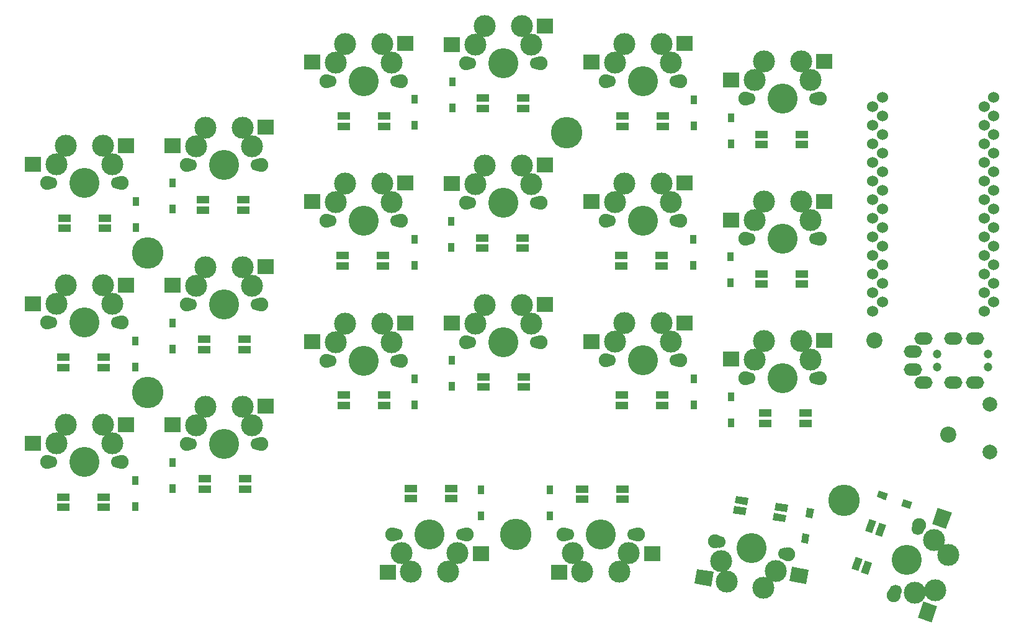
<source format=gbr>
%TF.GenerationSoftware,KiCad,Pcbnew,(5.1.10)-1*%
%TF.CreationDate,2021-08-29T08:11:49+09:00*%
%TF.ProjectId,korpo44,6b6f7270-6f34-4342-9e6b-696361645f70,rev?*%
%TF.SameCoordinates,Original*%
%TF.FileFunction,Soldermask,Bot*%
%TF.FilePolarity,Negative*%
%FSLAX46Y46*%
G04 Gerber Fmt 4.6, Leading zero omitted, Abs format (unit mm)*
G04 Created by KiCad (PCBNEW (5.1.10)-1) date 2021-08-29 08:11:49*
%MOMM*%
%LPD*%
G01*
G04 APERTURE LIST*
%ADD10C,1.524000*%
%ADD11R,2.300000X2.000000*%
%ADD12C,3.000000*%
%ADD13C,4.100000*%
%ADD14C,1.900000*%
%ADD15C,1.700000*%
%ADD16C,0.100000*%
%ADD17C,4.300000*%
%ADD18C,2.200000*%
%ADD19R,0.950000X1.300000*%
%ADD20C,1.200000*%
%ADD21O,2.500000X1.700000*%
%ADD22R,1.700000X1.000000*%
%ADD23C,2.000000*%
G04 APERTURE END LIST*
D10*
%TO.C,U1*%
X145217400Y-40919400D03*
X145217400Y-43459400D03*
X145217400Y-45999400D03*
X145217400Y-48539400D03*
X145217400Y-51079400D03*
X145217400Y-53619400D03*
X145217400Y-56159400D03*
X145217400Y-58699400D03*
X145217400Y-61239400D03*
X145217400Y-63779400D03*
X145217400Y-66319400D03*
X145217400Y-68859400D03*
X160437400Y-68859400D03*
X160437400Y-66319400D03*
X160437400Y-63779400D03*
X160437400Y-61239400D03*
X160437400Y-58699400D03*
X160437400Y-56159400D03*
X160437400Y-53619400D03*
X160437400Y-51079400D03*
X160437400Y-48539400D03*
X160437400Y-45999400D03*
X160437400Y-43459400D03*
X160437400Y-40919400D03*
X143891000Y-42189400D03*
X143891000Y-44729400D03*
X143891000Y-47269400D03*
X143891000Y-49809400D03*
X143891000Y-52349400D03*
X143891000Y-54889400D03*
X143891000Y-57429400D03*
X143891000Y-59969400D03*
X143891000Y-62509400D03*
X143891000Y-65049400D03*
X143891000Y-67589400D03*
X143891000Y-70129400D03*
X159131000Y-70129400D03*
X159131000Y-67589400D03*
X159131000Y-65049400D03*
X159131000Y-62509400D03*
X159131000Y-59969400D03*
X159131000Y-57429400D03*
X159131000Y-54889400D03*
X159131000Y-52349400D03*
X159131000Y-49809400D03*
X159131000Y-47269400D03*
X159131000Y-44729400D03*
X159131000Y-42189400D03*
%TD*%
D11*
%TO.C,SW6*%
X48372000Y-85608800D03*
D12*
X51562000Y-85648800D03*
X52832000Y-83108800D03*
X59182000Y-85648799D03*
X57912000Y-83108800D03*
D13*
X55372000Y-88188800D03*
D14*
X60452000Y-88188800D03*
X50292000Y-88188800D03*
D11*
X61072000Y-83068800D03*
D15*
X50872000Y-88188800D03*
X59872000Y-88188800D03*
%TD*%
D16*
%TO.C,SW18*%
G36*
X132545465Y-106954453D02*
G01*
X132892761Y-104984838D01*
X135157819Y-105384229D01*
X134810523Y-107353844D01*
X132545465Y-106954453D01*
G37*
D12*
X130717051Y-105576011D03*
X129025279Y-107856890D03*
X123212816Y-104252813D03*
X124022456Y-106974757D03*
D13*
X127406000Y-102413000D03*
D14*
X122403177Y-101530867D03*
X132408823Y-103295133D03*
D16*
G36*
X119597340Y-107250533D02*
G01*
X119944636Y-105280918D01*
X122209694Y-105680309D01*
X121862398Y-107649924D01*
X119597340Y-107250533D01*
G37*
D15*
X131837635Y-103194417D03*
X122974365Y-101631583D03*
%TD*%
D11*
%TO.C,SW1*%
X29322000Y-49998000D03*
D12*
X32512000Y-50038000D03*
X33782000Y-47498000D03*
X40132000Y-50037999D03*
X38862000Y-47498000D03*
D13*
X36322000Y-52578000D03*
D14*
X41402000Y-52578000D03*
X31242000Y-52578000D03*
D11*
X42022000Y-47458000D03*
D15*
X31822000Y-52578000D03*
X40822000Y-52578000D03*
%TD*%
D17*
%TO.C,Ref6\u002A\u002A*%
X45030400Y-62128400D03*
%TD*%
%TO.C,Ref7\u002A\u002A*%
X102155000Y-45745400D03*
%TD*%
%TO.C,Ref5\u002A\u002A*%
X45005000Y-81153000D03*
%TD*%
%TO.C,Ref4\u002A\u002A*%
X95173800Y-100584000D03*
%TD*%
%TO.C,Ref3\u002A\u002A*%
X139979000Y-95910400D03*
%TD*%
D18*
%TO.C,Ref1\u002A\u002A*%
X154229000Y-86944200D03*
%TD*%
%TO.C,Ref2\u002A\u002A*%
X144120000Y-74041000D03*
%TD*%
D19*
%TO.C,D1*%
X43357800Y-58671000D03*
X43357800Y-55121000D03*
%TD*%
%TO.C,D2*%
X43332400Y-77695600D03*
X43332400Y-74145600D03*
%TD*%
%TO.C,D3*%
X43281600Y-96771000D03*
X43281600Y-93221000D03*
%TD*%
%TO.C,D4*%
X48412400Y-56156400D03*
X48412400Y-52606400D03*
%TD*%
%TO.C,D5*%
X48361600Y-75257200D03*
X48361600Y-71707200D03*
%TD*%
%TO.C,D6*%
X48412400Y-94307200D03*
X48412400Y-90757200D03*
%TD*%
%TO.C,D7*%
X81407000Y-44675600D03*
X81407000Y-41125600D03*
%TD*%
%TO.C,D8*%
X81407000Y-63801800D03*
X81407000Y-60251800D03*
%TD*%
%TO.C,D9*%
X81381600Y-82851800D03*
X81381600Y-79301800D03*
%TD*%
%TO.C,D10*%
X90424000Y-94491000D03*
X90424000Y-98041000D03*
%TD*%
%TO.C,D11*%
X86537800Y-42288000D03*
X86537800Y-38738000D03*
%TD*%
%TO.C,D12*%
X86436200Y-61363400D03*
X86436200Y-57813400D03*
%TD*%
%TO.C,D13*%
X86512400Y-80337200D03*
X86512400Y-76787200D03*
%TD*%
%TO.C,D14*%
X99872800Y-94516400D03*
X99872800Y-98066400D03*
%TD*%
%TO.C,D15*%
X119507000Y-44777200D03*
X119507000Y-41227200D03*
%TD*%
%TO.C,D16*%
X119456000Y-63801800D03*
X119456000Y-60251800D03*
%TD*%
%TO.C,D17*%
X119507000Y-82877200D03*
X119507000Y-79327200D03*
%TD*%
D16*
%TO.C,D18*%
G36*
X134951314Y-96914958D02*
G01*
X135886881Y-97079924D01*
X135661138Y-98360174D01*
X134725571Y-98195208D01*
X134951314Y-96914958D01*
G37*
G36*
X134334862Y-100411026D02*
G01*
X135270429Y-100575992D01*
X135044686Y-101856242D01*
X134109119Y-101691276D01*
X134334862Y-100411026D01*
G37*
%TD*%
D19*
%TO.C,D19*%
X124587000Y-47241000D03*
X124587000Y-43691000D03*
%TD*%
%TO.C,D20*%
X124536000Y-66214800D03*
X124536000Y-62664800D03*
%TD*%
%TO.C,D21*%
X124587000Y-85341000D03*
X124587000Y-81791000D03*
%TD*%
D16*
%TO.C,D22*%
G36*
X144446786Y-95451155D02*
G01*
X144771705Y-94558447D01*
X145993306Y-95003073D01*
X145668387Y-95895781D01*
X144446786Y-95451155D01*
G37*
G36*
X147782694Y-96665327D02*
G01*
X148107613Y-95772619D01*
X149329214Y-96217245D01*
X149004295Y-97109953D01*
X147782694Y-96665327D01*
G37*
%TD*%
D20*
%TO.C,J1*%
X152663000Y-75948600D03*
X159663000Y-75948600D03*
D21*
X150863000Y-73848600D03*
X149363000Y-78048600D03*
X157863000Y-73848600D03*
X154863000Y-73848600D03*
D20*
X159663000Y-77698600D03*
X152663000Y-77698600D03*
D21*
X157863000Y-79798600D03*
X154863000Y-79798600D03*
X150863000Y-79798600D03*
X149363000Y-75598600D03*
%TD*%
D22*
%TO.C,LED1*%
X33673600Y-58764400D03*
X33673600Y-57364400D03*
X39173600Y-58764400D03*
X39173600Y-57364400D03*
%TD*%
%TO.C,LED2*%
X33470400Y-77789000D03*
X33470400Y-76389000D03*
X38970400Y-77789000D03*
X38970400Y-76389000D03*
%TD*%
%TO.C,LED3*%
X33470400Y-96864400D03*
X33470400Y-95464400D03*
X38970400Y-96864400D03*
X38970400Y-95464400D03*
%TD*%
%TO.C,LED4*%
X58052600Y-54861000D03*
X58052600Y-56261000D03*
X52552600Y-54861000D03*
X52552600Y-56261000D03*
%TD*%
%TO.C,LED5*%
X58172800Y-73925200D03*
X58172800Y-75325200D03*
X52672800Y-73925200D03*
X52672800Y-75325200D03*
%TD*%
%TO.C,LED6*%
X58249000Y-93000600D03*
X58249000Y-94400600D03*
X52749000Y-93000600D03*
X52749000Y-94400600D03*
%TD*%
%TO.C,LED7*%
X71748200Y-44845200D03*
X71748200Y-43445200D03*
X77248200Y-44845200D03*
X77248200Y-43445200D03*
%TD*%
%TO.C,LED8*%
X71595800Y-63920600D03*
X71595800Y-62520600D03*
X77095800Y-63920600D03*
X77095800Y-62520600D03*
%TD*%
%TO.C,LED9*%
X71773600Y-82945200D03*
X71773600Y-81545200D03*
X77273600Y-82945200D03*
X77273600Y-81545200D03*
%TD*%
%TO.C,LED10*%
X80892200Y-95696000D03*
X80892200Y-94296000D03*
X86392200Y-95696000D03*
X86392200Y-94296000D03*
%TD*%
%TO.C,LED11*%
X96247400Y-40981400D03*
X96247400Y-42381400D03*
X90747400Y-40981400D03*
X90747400Y-42381400D03*
%TD*%
%TO.C,LED12*%
X96171200Y-60082200D03*
X96171200Y-61482200D03*
X90671200Y-60082200D03*
X90671200Y-61482200D03*
%TD*%
%TO.C,LED13*%
X96272800Y-79056000D03*
X96272800Y-80456000D03*
X90772800Y-79056000D03*
X90772800Y-80456000D03*
%TD*%
%TO.C,LED14*%
X109735000Y-94372200D03*
X109735000Y-95772200D03*
X104235000Y-94372200D03*
X104235000Y-95772200D03*
%TD*%
%TO.C,LED15*%
X109772000Y-44870600D03*
X109772000Y-43470600D03*
X115272000Y-44870600D03*
X115272000Y-43470600D03*
%TD*%
%TO.C,LED16*%
X109620000Y-63895200D03*
X109620000Y-62495200D03*
X115120000Y-63895200D03*
X115120000Y-62495200D03*
%TD*%
%TO.C,LED17*%
X109645000Y-82945200D03*
X109645000Y-81545200D03*
X115145000Y-82945200D03*
X115145000Y-81545200D03*
%TD*%
D16*
%TO.C,LED18*%
G36*
X126694136Y-96971230D02*
G01*
X126520488Y-97956038D01*
X124846314Y-97660836D01*
X125019962Y-96676028D01*
X126694136Y-96971230D01*
G37*
G36*
X126937243Y-95592499D02*
G01*
X126763595Y-96577307D01*
X125089421Y-96282105D01*
X125263069Y-95297297D01*
X126937243Y-95592499D01*
G37*
G36*
X132110579Y-97926295D02*
G01*
X131936931Y-98911103D01*
X130262757Y-98615901D01*
X130436405Y-97631093D01*
X132110579Y-97926295D01*
G37*
G36*
X132353686Y-96547564D02*
G01*
X132180038Y-97532372D01*
X130505864Y-97237170D01*
X130679512Y-96252362D01*
X132353686Y-96547564D01*
G37*
%TD*%
D22*
%TO.C,LED19*%
X134246000Y-45934400D03*
X134246000Y-47334400D03*
X128746000Y-45934400D03*
X128746000Y-47334400D03*
%TD*%
%TO.C,LED20*%
X134271000Y-64984400D03*
X134271000Y-66384400D03*
X128771000Y-64984400D03*
X128771000Y-66384400D03*
%TD*%
%TO.C,LED21*%
X134703000Y-84009000D03*
X134703000Y-85409000D03*
X129203000Y-84009000D03*
X129203000Y-85409000D03*
%TD*%
D16*
%TO.C,LED22*%
G36*
X143461642Y-98492682D02*
G01*
X144401334Y-98834702D01*
X143819900Y-100432180D01*
X142880208Y-100090160D01*
X143461642Y-98492682D01*
G37*
G36*
X144777211Y-98971510D02*
G01*
X145716903Y-99313530D01*
X145135469Y-100911008D01*
X144195777Y-100568988D01*
X144777211Y-98971510D01*
G37*
G36*
X141580531Y-103660992D02*
G01*
X142520223Y-104003012D01*
X141938789Y-105600490D01*
X140999097Y-105258470D01*
X141580531Y-103660992D01*
G37*
G36*
X142896100Y-104139820D02*
G01*
X143835792Y-104481840D01*
X143254358Y-106079318D01*
X142314666Y-105737298D01*
X142896100Y-104139820D01*
G37*
%TD*%
D23*
%TO.C,RESET_SW1*%
X159893000Y-89330600D03*
X159893000Y-82830600D03*
%TD*%
D15*
%TO.C,SW2*%
X40822000Y-71628000D03*
X31822000Y-71628000D03*
D11*
X42022000Y-66508000D03*
D14*
X31242000Y-71628000D03*
X41402000Y-71628000D03*
D13*
X36322000Y-71628000D03*
D12*
X38862000Y-66548000D03*
X40132000Y-69087999D03*
X33782000Y-66548000D03*
X32512000Y-69088000D03*
D11*
X29322000Y-69048000D03*
%TD*%
%TO.C,SW3*%
X29322000Y-88098000D03*
D12*
X32512000Y-88138000D03*
X33782000Y-85598000D03*
X40132000Y-88137999D03*
X38862000Y-85598000D03*
D13*
X36322000Y-90678000D03*
D14*
X41402000Y-90678000D03*
X31242000Y-90678000D03*
D11*
X42022000Y-85558000D03*
D15*
X31822000Y-90678000D03*
X40822000Y-90678000D03*
%TD*%
%TO.C,SW4*%
X59872000Y-50088800D03*
X50872000Y-50088800D03*
D11*
X61072000Y-44968800D03*
D14*
X50292000Y-50088800D03*
X60452000Y-50088800D03*
D13*
X55372000Y-50088800D03*
D12*
X57912000Y-45008800D03*
X59182000Y-47548799D03*
X52832000Y-45008800D03*
X51562000Y-47548800D03*
D11*
X48372000Y-47508800D03*
%TD*%
D15*
%TO.C,SW5*%
X59872000Y-69164200D03*
X50872000Y-69164200D03*
D11*
X61072000Y-64044200D03*
D14*
X50292000Y-69164200D03*
X60452000Y-69164200D03*
D13*
X55372000Y-69164200D03*
D12*
X57912000Y-64084200D03*
X59182000Y-66624199D03*
X52832000Y-64084200D03*
X51562000Y-66624200D03*
D11*
X48372000Y-66584200D03*
%TD*%
%TO.C,SW7*%
X67422000Y-36078800D03*
D12*
X70612000Y-36118800D03*
X71882000Y-33578800D03*
X78232000Y-36118799D03*
X76962000Y-33578800D03*
D13*
X74422000Y-38658800D03*
D14*
X79502000Y-38658800D03*
X69342000Y-38658800D03*
D11*
X80122000Y-33538800D03*
D15*
X69922000Y-38658800D03*
X78922000Y-38658800D03*
%TD*%
%TO.C,SW8*%
X78922000Y-57734200D03*
X69922000Y-57734200D03*
D11*
X80122000Y-52614200D03*
D14*
X69342000Y-57734200D03*
X79502000Y-57734200D03*
D13*
X74422000Y-57734200D03*
D12*
X76962000Y-52654200D03*
X78232000Y-55194199D03*
X71882000Y-52654200D03*
X70612000Y-55194200D03*
D11*
X67422000Y-55154200D03*
%TD*%
D15*
%TO.C,SW9*%
X78922000Y-76860400D03*
X69922000Y-76860400D03*
D11*
X80122000Y-71740400D03*
D14*
X69342000Y-76860400D03*
X79502000Y-76860400D03*
D13*
X74422000Y-76860400D03*
D12*
X76962000Y-71780400D03*
X78232000Y-74320399D03*
X71882000Y-71780400D03*
X70612000Y-74320400D03*
D11*
X67422000Y-74280400D03*
%TD*%
%TO.C,SW10*%
X90439000Y-103189000D03*
D12*
X87249000Y-103149000D03*
X85979000Y-105689000D03*
X79629000Y-103149001D03*
X80899000Y-105689000D03*
D13*
X83439000Y-100609000D03*
D14*
X78359000Y-100609000D03*
X88519000Y-100609000D03*
D11*
X77739000Y-105729000D03*
D15*
X87939000Y-100609000D03*
X78939000Y-100609000D03*
%TD*%
%TO.C,SW11*%
X97972000Y-36245800D03*
X88972000Y-36245800D03*
D11*
X99172000Y-31125800D03*
D14*
X88392000Y-36245800D03*
X98552000Y-36245800D03*
D13*
X93472000Y-36245800D03*
D12*
X96012000Y-31165800D03*
X97282000Y-33705799D03*
X90932000Y-31165800D03*
X89662000Y-33705800D03*
D11*
X86472000Y-33665800D03*
%TD*%
%TO.C,SW12*%
X86472000Y-52690400D03*
D12*
X89662000Y-52730400D03*
X90932000Y-50190400D03*
X97282000Y-52730399D03*
X96012000Y-50190400D03*
D13*
X93472000Y-55270400D03*
D14*
X98552000Y-55270400D03*
X88392000Y-55270400D03*
D11*
X99172000Y-50150400D03*
D15*
X88972000Y-55270400D03*
X97972000Y-55270400D03*
%TD*%
D11*
%TO.C,SW13*%
X86472000Y-71740400D03*
D12*
X89662000Y-71780400D03*
X90932000Y-69240400D03*
X97282000Y-71780399D03*
X96012000Y-69240400D03*
D13*
X93472000Y-74320400D03*
D14*
X98552000Y-74320400D03*
X88392000Y-74320400D03*
D11*
X99172000Y-69200400D03*
D15*
X88972000Y-74320400D03*
X97972000Y-74320400D03*
%TD*%
%TO.C,SW14*%
X102307000Y-100584000D03*
X111307000Y-100584000D03*
D11*
X101107000Y-105704000D03*
D14*
X111887000Y-100584000D03*
X101727000Y-100584000D03*
D13*
X106807000Y-100584000D03*
D12*
X104267000Y-105664000D03*
X102997000Y-103124001D03*
X109347000Y-105664000D03*
X110617000Y-103124000D03*
D11*
X113807000Y-103164000D03*
%TD*%
%TO.C,SW15*%
X105522000Y-36104200D03*
D12*
X108712000Y-36144200D03*
X109982000Y-33604200D03*
X116332000Y-36144199D03*
X115062000Y-33604200D03*
D13*
X112522000Y-38684200D03*
D14*
X117602000Y-38684200D03*
X107442000Y-38684200D03*
D11*
X118222000Y-33564200D03*
D15*
X108022000Y-38684200D03*
X117022000Y-38684200D03*
%TD*%
%TO.C,SW16*%
X117022000Y-57734200D03*
X108022000Y-57734200D03*
D11*
X118222000Y-52614200D03*
D14*
X107442000Y-57734200D03*
X117602000Y-57734200D03*
D13*
X112522000Y-57734200D03*
D12*
X115062000Y-52654200D03*
X116332000Y-55194199D03*
X109982000Y-52654200D03*
X108712000Y-55194200D03*
D11*
X105522000Y-55154200D03*
%TD*%
%TO.C,SW17*%
X105522000Y-74229600D03*
D12*
X108712000Y-74269600D03*
X109982000Y-71729600D03*
X116332000Y-74269599D03*
X115062000Y-71729600D03*
D13*
X112522000Y-76809600D03*
D14*
X117602000Y-76809600D03*
X107442000Y-76809600D03*
D11*
X118222000Y-71689600D03*
D15*
X108022000Y-76809600D03*
X117022000Y-76809600D03*
%TD*%
%TO.C,SW19*%
X136072000Y-41097200D03*
X127072000Y-41097200D03*
D11*
X137272000Y-35977200D03*
D14*
X126492000Y-41097200D03*
X136652000Y-41097200D03*
D13*
X131572000Y-41097200D03*
D12*
X134112000Y-36017200D03*
X135382000Y-38557199D03*
X129032000Y-36017200D03*
X127762000Y-38557200D03*
D11*
X124572000Y-38517200D03*
%TD*%
D15*
%TO.C,SW20*%
X136072000Y-60223400D03*
X127072000Y-60223400D03*
D11*
X137272000Y-55103400D03*
D14*
X126492000Y-60223400D03*
X136652000Y-60223400D03*
D13*
X131572000Y-60223400D03*
D12*
X134112000Y-55143400D03*
X135382000Y-57683399D03*
X129032000Y-55143400D03*
X127762000Y-57683400D03*
D11*
X124572000Y-57643400D03*
%TD*%
%TO.C,SW21*%
X124572000Y-76642600D03*
D12*
X127762000Y-76682600D03*
X129032000Y-74142600D03*
X135382000Y-76682599D03*
X134112000Y-74142600D03*
D13*
X131572000Y-79222600D03*
D14*
X136652000Y-79222600D03*
X126492000Y-79222600D03*
D11*
X137272000Y-74102600D03*
D15*
X127072000Y-79222600D03*
X136072000Y-79222600D03*
%TD*%
%TO.C,SW22*%
X146999909Y-108292617D03*
X150078091Y-99835383D03*
D16*
G36*
X151947080Y-112594058D02*
G01*
X150067695Y-111910017D01*
X150854342Y-109748724D01*
X152733727Y-110432765D01*
X151947080Y-112594058D01*
G37*
D14*
X150276462Y-99290361D03*
X146801538Y-108837639D03*
D13*
X148539000Y-104064000D03*
D12*
X152443907Y-108188282D03*
X149622723Y-108512960D03*
X154181370Y-103414643D03*
X152228916Y-101352502D03*
D16*
G36*
X153903917Y-99791231D02*
G01*
X152024532Y-99107190D01*
X152811179Y-96945897D01*
X154690564Y-97629938D01*
X153903917Y-99791231D01*
G37*
%TD*%
M02*

</source>
